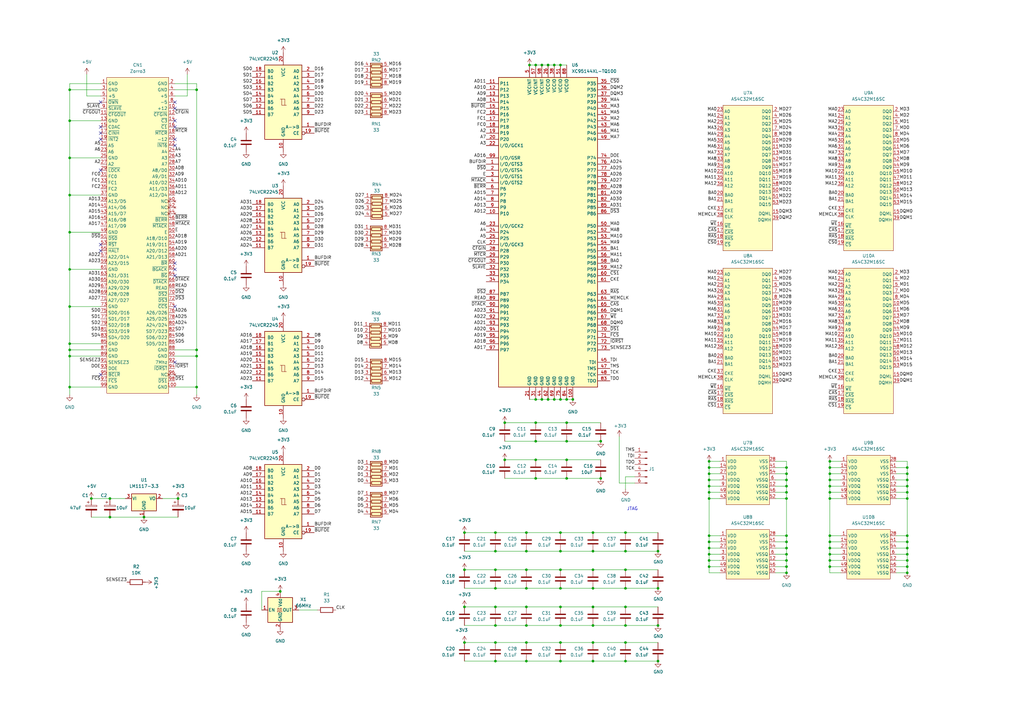
<source format=kicad_sch>
(kicad_sch (version 20211123) (generator eeschema)
  (paper "A3")
  (junction (at 340.36 189.23))
  (junction (at 290.83 191.77))
  (junction (at 322.58 191.77))
  (junction (at 322.58 224.79))
  (junction (at 229.87 233.68))
  (junction (at 290.83 204.47))
  (junction (at 290.83 222.25))
  (junction (at 28.575 95.25))
  (junction (at 190.5 233.68))
  (junction (at 322.58 196.85))
  (junction (at 322.58 219.71))
  (junction (at 290.83 224.79))
  (junction (at 219.71 196.215))
  (junction (at 207.01 173.355))
  (junction (at 229.87 256.54))
  (junction (at 340.36 199.39))
  (junction (at 340.36 196.85))
  (junction (at 217.17 26.67))
  (junction (at 243.205 218.44))
  (junction (at 243.205 233.68))
  (junction (at 80.645 146.05))
  (junction (at 224.79 26.67))
  (junction (at 232.41 173.355))
  (junction (at 290.83 232.41))
  (junction (at 232.41 180.975))
  (junction (at 290.83 196.85))
  (junction (at 203.2 226.06))
  (junction (at 215.9 226.06))
  (junction (at 269.875 256.54))
  (junction (at 229.87 263.525))
  (junction (at 340.36 219.71))
  (junction (at 215.9 218.44))
  (junction (at 222.25 163.83))
  (junction (at 256.54 271.145))
  (junction (at 45.085 212.09))
  (junction (at 219.71 26.67))
  (junction (at 322.58 194.31))
  (junction (at 340.36 227.33))
  (junction (at 219.71 180.975))
  (junction (at 215.9 233.68))
  (junction (at 322.58 229.87))
  (junction (at 322.58 232.41))
  (junction (at 256.54 256.54))
  (junction (at 229.87 241.3))
  (junction (at 59.055 212.09))
  (junction (at 80.645 158.75))
  (junction (at 229.87 226.06))
  (junction (at 322.58 199.39))
  (junction (at 372.11 224.79))
  (junction (at 28.575 64.77))
  (junction (at 229.87 163.83))
  (junction (at 227.33 26.67))
  (junction (at 80.645 36.83))
  (junction (at 340.36 222.25))
  (junction (at 229.87 248.92))
  (junction (at 256.54 226.06))
  (junction (at 232.41 188.595))
  (junction (at 246.38 196.215))
  (junction (at 190.5 218.44))
  (junction (at 372.11 234.95))
  (junction (at 203.2 248.92))
  (junction (at 256.54 233.68))
  (junction (at 372.11 232.41))
  (junction (at 222.25 26.67))
  (junction (at 322.58 227.33))
  (junction (at 322.58 222.25))
  (junction (at 340.36 204.47))
  (junction (at 256.54 263.525))
  (junction (at 80.645 143.51))
  (junction (at 28.575 146.05))
  (junction (at 322.58 201.93))
  (junction (at 232.41 163.83))
  (junction (at 28.575 110.49))
  (junction (at 219.71 163.83))
  (junction (at 256.54 218.44))
  (junction (at 372.11 196.85))
  (junction (at 290.83 227.33))
  (junction (at 190.5 263.525))
  (junction (at 372.11 204.47))
  (junction (at 215.9 271.145))
  (junction (at 203.2 256.54))
  (junction (at 28.575 143.51))
  (junction (at 229.87 271.145))
  (junction (at 28.575 49.53))
  (junction (at 372.11 219.71))
  (junction (at 372.11 227.33))
  (junction (at 215.9 248.92))
  (junction (at 340.36 232.41))
  (junction (at 269.875 241.3))
  (junction (at 229.87 26.67))
  (junction (at 243.205 263.525))
  (junction (at 224.79 163.83))
  (junction (at 243.205 248.92))
  (junction (at 322.58 234.95))
  (junction (at 37.465 204.47))
  (junction (at 28.575 125.73))
  (junction (at 269.875 271.145))
  (junction (at 215.9 263.525))
  (junction (at 243.205 241.3))
  (junction (at 28.575 158.75))
  (junction (at 114.935 242.57))
  (junction (at 203.2 263.525))
  (junction (at 322.58 204.47))
  (junction (at 340.36 194.31))
  (junction (at 340.36 191.77))
  (junction (at 219.71 188.595))
  (junction (at 290.83 199.39))
  (junction (at 234.95 163.83))
  (junction (at 28.575 80.01))
  (junction (at 219.71 173.355))
  (junction (at 290.83 201.93))
  (junction (at 290.83 229.87))
  (junction (at 215.9 256.54))
  (junction (at 232.41 196.215))
  (junction (at 372.11 222.25))
  (junction (at 372.11 191.77))
  (junction (at 73.025 204.47))
  (junction (at 215.9 241.3))
  (junction (at 207.01 188.595))
  (junction (at 290.83 194.31))
  (junction (at 243.205 271.145))
  (junction (at 372.11 229.87))
  (junction (at 269.875 226.06))
  (junction (at 203.2 218.44))
  (junction (at 190.5 248.92))
  (junction (at 256.54 248.92))
  (junction (at 372.11 199.39))
  (junction (at 246.38 180.975))
  (junction (at 28.575 36.83))
  (junction (at 28.575 140.97))
  (junction (at 340.36 201.93))
  (junction (at 340.36 229.87))
  (junction (at 256.54 241.3))
  (junction (at 372.11 194.31))
  (junction (at 45.085 204.47))
  (junction (at 372.11 201.93))
  (junction (at 243.205 256.54))
  (junction (at 229.87 218.44))
  (junction (at 243.205 226.06))
  (junction (at 290.83 189.23))
  (junction (at 227.33 163.83))
  (junction (at 203.2 241.3))
  (junction (at 203.2 271.145))
  (junction (at 340.36 224.79))
  (junction (at 203.2 233.68))
  (junction (at 290.83 219.71))
  (no_connect (at 41.275 100.33))
  (no_connect (at 41.275 102.87))
  (no_connect (at 71.755 107.95))
  (no_connect (at 71.755 110.49))
  (no_connect (at 71.755 113.03))
  (no_connect (at 41.275 153.67))
  (no_connect (at 71.755 148.59))
  (no_connect (at 71.755 59.69))
  (no_connect (at 41.275 54.61))
  (no_connect (at 41.275 41.91))
  (no_connect (at 71.755 44.45))
  (no_connect (at 71.755 49.53))
  (no_connect (at 71.755 52.07))
  (no_connect (at 71.755 57.15))
  (no_connect (at 41.275 57.15))
  (no_connect (at 41.275 69.85))
  (no_connect (at 71.755 41.91))
  (no_connect (at 71.755 125.73))
  (no_connect (at 41.275 52.07))
  (wire (pts (xy 215.9 218.44) (xy 229.87 218.44)))
  (wire (pts (xy 290.83 224.79) (xy 290.83 227.33)))
  (wire (pts (xy 190.5 233.68) (xy 203.2 233.68)))
  (wire (pts (xy 256.54 263.525) (xy 269.875 263.525)))
  (wire (pts (xy 71.755 36.83) (xy 80.645 36.83)))
  (wire (pts (xy 41.275 80.01) (xy 28.575 80.01)))
  (wire (pts (xy 295.275 189.23) (xy 290.83 189.23)))
  (wire (pts (xy 215.9 256.54) (xy 229.87 256.54)))
  (wire (pts (xy 243.205 256.54) (xy 256.54 256.54)))
  (wire (pts (xy 45.085 204.47) (xy 51.435 204.47)))
  (wire (pts (xy 256.54 226.06) (xy 269.875 226.06)))
  (wire (pts (xy 35.56 30.48) (xy 35.56 39.37)))
  (wire (pts (xy 322.58 204.47) (xy 318.135 204.47)))
  (wire (pts (xy 372.11 227.33) (xy 367.665 227.33)))
  (wire (pts (xy 290.83 199.39) (xy 295.275 199.39)))
  (wire (pts (xy 243.205 248.92) (xy 256.54 248.92)))
  (wire (pts (xy 290.83 194.31) (xy 290.83 196.85)))
  (wire (pts (xy 372.11 199.39) (xy 372.11 201.93)))
  (wire (pts (xy 227.33 26.67) (xy 229.87 26.67)))
  (wire (pts (xy 290.83 196.85) (xy 290.83 199.39)))
  (wire (pts (xy 340.36 232.41) (xy 344.805 232.41)))
  (wire (pts (xy 290.83 191.77) (xy 290.83 194.31)))
  (wire (pts (xy 322.58 191.77) (xy 318.135 191.77)))
  (wire (pts (xy 207.01 196.215) (xy 219.71 196.215)))
  (wire (pts (xy 372.11 229.87) (xy 367.665 229.87)))
  (wire (pts (xy 217.17 26.67) (xy 219.71 26.67)))
  (wire (pts (xy 322.58 189.23) (xy 322.58 191.77)))
  (wire (pts (xy 229.87 271.145) (xy 243.205 271.145)))
  (wire (pts (xy 107.315 242.57) (xy 107.315 250.19)))
  (wire (pts (xy 340.36 222.25) (xy 344.805 222.25)))
  (wire (pts (xy 28.575 64.77) (xy 28.575 80.01)))
  (wire (pts (xy 322.58 196.85) (xy 322.58 199.39)))
  (wire (pts (xy 290.83 196.85) (xy 295.275 196.85)))
  (wire (pts (xy 340.36 189.23) (xy 340.36 191.77)))
  (wire (pts (xy 203.2 256.54) (xy 215.9 256.54)))
  (wire (pts (xy 229.87 256.54) (xy 243.205 256.54)))
  (wire (pts (xy 322.58 232.41) (xy 322.58 234.95)))
  (wire (pts (xy 372.11 201.93) (xy 372.11 204.47)))
  (wire (pts (xy 28.575 49.53) (xy 28.575 64.77)))
  (wire (pts (xy 318.135 189.23) (xy 322.58 189.23)))
  (wire (pts (xy 28.575 80.01) (xy 28.575 95.25)))
  (wire (pts (xy 290.83 204.47) (xy 290.83 219.71)))
  (wire (pts (xy 232.41 180.975) (xy 246.38 180.975)))
  (wire (pts (xy 28.575 125.73) (xy 28.575 140.97)))
  (wire (pts (xy 290.83 201.93) (xy 295.275 201.93)))
  (wire (pts (xy 232.41 173.355) (xy 246.38 173.355)))
  (wire (pts (xy 318.135 219.71) (xy 322.58 219.71)))
  (wire (pts (xy 340.36 219.71) (xy 340.36 222.25)))
  (wire (pts (xy 66.675 204.47) (xy 73.025 204.47)))
  (wire (pts (xy 372.11 219.71) (xy 372.11 222.25)))
  (wire (pts (xy 215.9 271.145) (xy 229.87 271.145)))
  (wire (pts (xy 243.205 233.68) (xy 256.54 233.68)))
  (wire (pts (xy 71.755 143.51) (xy 80.645 143.51)))
  (wire (pts (xy 28.575 36.83) (xy 41.275 36.83)))
  (wire (pts (xy 28.575 110.49) (xy 28.575 125.73)))
  (wire (pts (xy 207.01 180.975) (xy 219.71 180.975)))
  (wire (pts (xy 340.36 191.77) (xy 344.805 191.77)))
  (wire (pts (xy 203.2 271.145) (xy 215.9 271.145)))
  (wire (pts (xy 28.575 95.25) (xy 28.575 110.49)))
  (wire (pts (xy 340.36 201.93) (xy 344.805 201.93)))
  (wire (pts (xy 224.79 26.67) (xy 227.33 26.67)))
  (wire (pts (xy 190.5 226.06) (xy 203.2 226.06)))
  (wire (pts (xy 344.805 219.71) (xy 340.36 219.71)))
  (wire (pts (xy 76.835 39.37) (xy 71.755 39.37)))
  (wire (pts (xy 372.11 194.31) (xy 372.11 196.85)))
  (wire (pts (xy 28.575 140.97) (xy 41.275 140.97)))
  (wire (pts (xy 254 179.07) (xy 254 198.12)))
  (wire (pts (xy 222.25 163.83) (xy 224.79 163.83)))
  (wire (pts (xy 37.465 212.09) (xy 45.085 212.09)))
  (wire (pts (xy 340.36 199.39) (xy 344.805 199.39)))
  (wire (pts (xy 372.11 201.93) (xy 367.665 201.93)))
  (wire (pts (xy 229.87 233.68) (xy 243.205 233.68)))
  (wire (pts (xy 41.275 64.77) (xy 28.575 64.77)))
  (wire (pts (xy 28.575 36.83) (xy 28.575 49.53)))
  (wire (pts (xy 340.36 227.33) (xy 344.805 227.33)))
  (wire (pts (xy 340.36 199.39) (xy 340.36 201.93)))
  (wire (pts (xy 295.275 219.71) (xy 290.83 219.71)))
  (wire (pts (xy 28.575 146.05) (xy 28.575 158.75)))
  (wire (pts (xy 71.755 158.75) (xy 80.645 158.75)))
  (wire (pts (xy 215.9 248.92) (xy 229.87 248.92)))
  (wire (pts (xy 229.87 248.92) (xy 243.205 248.92)))
  (wire (pts (xy 260.35 195.58) (xy 256.54 195.58)))
  (wire (pts (xy 41.275 110.49) (xy 28.575 110.49)))
  (wire (pts (xy 340.36 196.85) (xy 340.36 199.39)))
  (wire (pts (xy 243.205 241.3) (xy 256.54 241.3)))
  (wire (pts (xy 256.54 271.145) (xy 269.875 271.145)))
  (wire (pts (xy 45.085 212.09) (xy 59.055 212.09)))
  (wire (pts (xy 71.755 34.29) (xy 80.645 34.29)))
  (wire (pts (xy 290.83 201.93) (xy 290.83 204.47)))
  (wire (pts (xy 372.11 224.79) (xy 372.11 227.33)))
  (wire (pts (xy 80.645 146.05) (xy 80.645 158.75)))
  (wire (pts (xy 340.36 222.25) (xy 340.36 224.79)))
  (wire (pts (xy 59.055 212.09) (xy 73.025 212.09)))
  (wire (pts (xy 290.83 234.95) (xy 295.275 234.95)))
  (wire (pts (xy 290.83 204.47) (xy 295.275 204.47)))
  (wire (pts (xy 229.87 26.67) (xy 232.41 26.67)))
  (wire (pts (xy 28.575 158.75) (xy 41.275 158.75)))
  (wire (pts (xy 322.58 224.79) (xy 322.58 227.33)))
  (wire (pts (xy 290.83 227.33) (xy 290.83 229.87)))
  (wire (pts (xy 344.805 189.23) (xy 340.36 189.23)))
  (wire (pts (xy 290.83 229.87) (xy 295.275 229.87)))
  (wire (pts (xy 290.83 191.77) (xy 295.275 191.77)))
  (wire (pts (xy 219.71 163.83) (xy 222.25 163.83)))
  (wire (pts (xy 229.87 218.44) (xy 243.205 218.44)))
  (wire (pts (xy 219.71 180.975) (xy 232.41 180.975)))
  (wire (pts (xy 372.11 191.77) (xy 372.11 194.31)))
  (wire (pts (xy 203.2 218.44) (xy 215.9 218.44)))
  (wire (pts (xy 290.83 224.79) (xy 295.275 224.79)))
  (wire (pts (xy 229.87 163.83) (xy 232.41 163.83)))
  (wire (pts (xy 41.275 39.37) (xy 35.56 39.37)))
  (wire (pts (xy 340.36 204.47) (xy 340.36 219.71)))
  (wire (pts (xy 322.58 201.93) (xy 318.135 201.93)))
  (wire (pts (xy 290.83 222.25) (xy 290.83 224.79)))
  (wire (pts (xy 340.36 191.77) (xy 340.36 194.31)))
  (wire (pts (xy 290.83 232.41) (xy 295.275 232.41)))
  (wire (pts (xy 322.58 227.33) (xy 318.135 227.33)))
  (wire (pts (xy 290.83 189.23) (xy 290.83 191.77)))
  (wire (pts (xy 372.11 199.39) (xy 367.665 199.39)))
  (wire (pts (xy 322.58 224.79) (xy 318.135 224.79)))
  (wire (pts (xy 28.575 146.05) (xy 41.275 146.05)))
  (wire (pts (xy 217.17 163.83) (xy 219.71 163.83)))
  (wire (pts (xy 340.36 232.41) (xy 340.36 234.95)))
  (wire (pts (xy 243.205 263.525) (xy 256.54 263.525)))
  (wire (pts (xy 322.58 229.87) (xy 318.135 229.87)))
  (wire (pts (xy 256.54 195.58) (xy 256.54 200.66)))
  (wire (pts (xy 207.01 188.595) (xy 219.71 188.595)))
  (wire (pts (xy 322.58 227.33) (xy 322.58 229.87)))
  (wire (pts (xy 256.54 218.44) (xy 269.875 218.44)))
  (wire (pts (xy 219.71 188.595) (xy 232.41 188.595)))
  (wire (pts (xy 340.36 229.87) (xy 344.805 229.87)))
  (wire (pts (xy 203.2 248.92) (xy 215.9 248.92)))
  (wire (pts (xy 340.36 234.95) (xy 344.805 234.95)))
  (wire (pts (xy 229.87 241.3) (xy 243.205 241.3)))
  (wire (pts (xy 367.665 189.23) (xy 372.11 189.23)))
  (wire (pts (xy 243.205 218.44) (xy 256.54 218.44)))
  (wire (pts (xy 372.11 204.47) (xy 372.11 219.71)))
  (wire (pts (xy 37.465 204.47) (xy 45.085 204.47)))
  (wire (pts (xy 322.58 191.77) (xy 322.58 194.31)))
  (wire (pts (xy 243.205 271.145) (xy 256.54 271.145)))
  (wire (pts (xy 256.54 256.54) (xy 269.875 256.54)))
  (wire (pts (xy 322.58 229.87) (xy 322.58 232.41)))
  (wire (pts (xy 340.36 227.33) (xy 340.36 229.87)))
  (wire (pts (xy 219.71 173.355) (xy 232.41 173.355)))
  (wire (pts (xy 190.5 256.54) (xy 203.2 256.54)))
  (wire (pts (xy 222.25 26.67) (xy 224.79 26.67)))
  (wire (pts (xy 80.645 34.29) (xy 80.645 36.83)))
  (wire (pts (xy 372.11 194.31) (xy 367.665 194.31)))
  (wire (pts (xy 322.58 219.71) (xy 322.58 222.25)))
  (wire (pts (xy 322.58 194.31) (xy 318.135 194.31)))
  (wire (pts (xy 229.87 263.525) (xy 243.205 263.525)))
  (wire (pts (xy 190.5 218.44) (xy 203.2 218.44)))
  (wire (pts (xy 372.11 229.87) (xy 372.11 232.41)))
  (wire (pts (xy 219.71 26.67) (xy 222.25 26.67)))
  (wire (pts (xy 130.175 250.19) (xy 122.555 250.19)))
  (wire (pts (xy 372.11 196.85) (xy 367.665 196.85)))
  (wire (pts (xy 372.11 224.79) (xy 367.665 224.79)))
  (wire (pts (xy 322.58 222.25) (xy 318.135 222.25)))
  (wire (pts (xy 232.41 188.595) (xy 246.38 188.595)))
  (wire (pts (xy 290.83 232.41) (xy 290.83 234.95)))
  (wire (pts (xy 254 198.12) (xy 260.35 198.12)))
  (wire (pts (xy 322.58 232.41) (xy 318.135 232.41)))
  (wire (pts (xy 41.275 95.25) (xy 28.575 95.25)))
  (wire (pts (xy 232.41 163.83) (xy 234.95 163.83)))
  (wire (pts (xy 322.58 234.95) (xy 318.135 234.95)))
  (wire (pts (xy 203.2 226.06) (xy 215.9 226.06)))
  (wire (pts (xy 290.83 222.25) (xy 295.275 222.25)))
  (wire (pts (xy 372.11 191.77) (xy 367.665 191.77)))
  (wire (pts (xy 322.58 201.93) (xy 322.58 204.47)))
  (wire (pts (xy 229.87 226.06) (xy 243.205 226.06)))
  (wire (pts (xy 256.54 233.68) (xy 269.875 233.68)))
  (wire (pts (xy 340.36 224.79) (xy 344.805 224.79)))
  (wire (pts (xy 28.575 143.51) (xy 41.275 143.51)))
  (wire (pts (xy 80.645 158.75) (xy 80.645 161.925)))
  (wire (pts (xy 340.36 194.31) (xy 344.805 194.31)))
  (wire (pts (xy 227.33 163.83) (xy 229.87 163.83)))
  (wire (pts (xy 76.835 30.48) (xy 76.835 39.37)))
  (wire (pts (xy 372.11 222.25) (xy 367.665 222.25)))
  (wire (pts (xy 215.9 241.3) (xy 229.87 241.3)))
  (wire (pts (xy 80.645 36.83) (xy 80.645 143.51)))
  (wire (pts (xy 322.58 204.47) (xy 322.58 219.71)))
  (wire (pts (xy 372.11 204.47) (xy 367.665 204.47)))
  (wire (pts (xy 322.58 196.85) (xy 318.135 196.85)))
  (wire (pts (xy 203.2 233.68) (xy 215.9 233.68)))
  (wire (pts (xy 367.665 219.71) (xy 372.11 219.71)))
  (wire (pts (xy 215.9 263.525) (xy 229.87 263.525)))
  (wire (pts (xy 190.5 271.145) (xy 203.2 271.145)))
  (wire (pts (xy 28.575 158.75) (xy 28.575 161.925)))
  (wire (pts (xy 340.36 224.79) (xy 340.36 227.33)))
  (wire (pts (xy 290.83 194.31) (xy 295.275 194.31)))
  (wire (pts (xy 340.36 201.93) (xy 340.36 204.47)))
  (wire (pts (xy 322.58 222.25) (xy 322.58 224.79)))
  (wire (pts (xy 224.79 163.83) (xy 227.33 163.83)))
  (wire (pts (xy 215.9 233.68) (xy 229.87 233.68)))
  (wire (pts (xy 372.11 196.85) (xy 372.11 199.39)))
  (wire (pts (xy 340.36 229.87) (xy 340.36 232.41)))
  (wire (pts (xy 340.36 196.85) (xy 344.805 196.85)))
  (wire (pts (xy 340.36 204.47) (xy 344.805 204.47)))
  (wire (pts (xy 290.83 199.39) (xy 290.83 201.93)))
  (wire (pts (xy 243.205 226.06) (xy 256.54 226.06)))
  (wire (pts (xy 290.83 227.33) (xy 295.275 227.33)))
  (wire (pts (xy 41.275 34.29) (xy 28.575 34.29)))
  (wire (pts (xy 372.11 222.25) (xy 372.11 224.79)))
  (wire (pts (xy 80.645 143.51) (xy 80.645 146.05)))
  (wire (pts (xy 340.36 194.31) (xy 340.36 196.85)))
  (wire (pts (xy 28.575 143.51) (xy 28.575 146.05)))
  (wire (pts (xy 256.54 241.3) (xy 269.875 241.3)))
  (wire (pts (xy 322.58 194.31) (xy 322.58 196.85)))
  (wire (pts (xy 219.71 196.215) (xy 232.41 196.215)))
  (wire (pts (xy 203.2 263.525) (xy 215.9 263.525)))
  (wire (pts (xy 290.83 219.71) (xy 290.83 222.25)))
  (wire (pts (xy 256.54 248.92) (xy 269.875 248.92)))
  (wire (pts (xy 232.41 196.215) (xy 246.38 196.215)))
  (wire (pts (xy 114.935 242.57) (xy 107.315 242.57)))
  (wire (pts (xy 207.01 173.355) (xy 219.71 173.355)))
  (wire (pts (xy 203.2 241.3) (xy 215.9 241.3)))
  (wire (pts (xy 290.83 229.87) (xy 290.83 232.41)))
  (wire (pts (xy 372.11 232.41) (xy 372.11 234.95)))
  (wire (pts (xy 41.275 125.73) (xy 28.575 125.73)))
  (wire (pts (xy 190.5 263.525) (xy 203.2 263.525)))
  (wire (pts (xy 372.11 227.33) (xy 372.11 229.87)))
  (wire (pts (xy 71.755 146.05) (xy 80.645 146.05)))
  (wire (pts (xy 41.275 49.53) (xy 28.575 49.53)))
  (wire (pts (xy 28.575 140.97) (xy 28.575 143.51)))
  (wire (pts (xy 215.9 226.06) (xy 229.87 226.06)))
  (wire (pts (xy 190.5 248.92) (xy 203.2 248.92)))
  (wire (pts (xy 190.5 241.3) (xy 203.2 241.3)))
  (wire (pts (xy 322.58 199.39) (xy 322.58 201.93)))
  (wire (pts (xy 372.11 189.23) (xy 372.11 191.77)))
  (wire (pts (xy 372.11 234.95) (xy 367.665 234.95)))
  (wire (pts (xy 28.575 34.29) (xy 28.575 36.83)))
  (wire (pts (xy 322.58 199.39) (xy 318.135 199.39)))
  (wire (pts (xy 372.11 232.41) (xy 367.665 232.41)))
  (text "JTAG" (at 261.62 209.55 180) (effects (font (size 1.27 1.27)) (justify right bottom)))
  (label "MD20" (at 159.385 39.37 0))
  (label "~{FCS}" (at 250.19 138.43 0))
  (label "D5" (at 149.225 208.28 180))
  (label "AD13" (at 103.505 205.74 180))
  (label "D31" (at 128.905 101.6 0))
  (label "AD30" (at 41.275 115.57 180))
  (label "D22" (at 128.905 44.45 0))
  (label "~{RAS}" (at 343.535 164.592 180))
  (label "~{WE}" (at 250.19 130.81 0))
  (label "D8" (at 128.905 138.43 0))
  (label "MA11" (at 250.19 105.41 0))
  (label "AD12" (at 71.755 80.01 0))
  (label "BA1" (at 250.19 102.87 0))
  (label "MD4" (at 159.385 210.82 0))
  (label "DQM2" (at 319.405 156.972 0))
  (label "D27" (at 149.479 81.026 180))
  (label "SD7" (at 103.505 41.91 180))
  (label "A2" (at 41.275 67.31 180))
  (label "READ" (at 71.755 118.11 0))
  (label "D26" (at 128.905 88.9 0))
  (label "MD18" (at 319.405 137.922 0))
  (label "MD13" (at 368.935 145.542 0))
  (label "MA11" (at 343.535 73.66 180))
  (label "D1" (at 128.905 195.58 0))
  (label "MA2" (at 294.005 50.8 180))
  (label "AD9" (at 71.755 72.39 0))
  (label "~{DS2}" (at 71.755 120.65 0))
  (label "D6" (at 149.225 205.74 180))
  (label "~{DTACK}" (at 71.755 115.57 0))
  (label "D25" (at 149.479 86.106 180))
  (label "AD26" (at 103.505 96.52 180))
  (label "MA9" (at 343.535 68.58 180))
  (label "A3" (at 199.39 59.69 180))
  (label "BA0" (at 343.535 80.01 180))
  (label "AD11" (at 103.505 200.66 180))
  (label "~{RAS}" (at 294.005 97.79 180))
  (label "AD30" (at 103.505 86.36 180))
  (label "MD2" (at 159.385 195.58 0))
  (label "DQM0" (at 250.19 133.35 0))
  (label "MA3" (at 294.005 53.34 180))
  (label "~{MTACK}" (at 71.755 92.71 0))
  (label "~{CS0}" (at 294.005 100.33 180))
  (label "SENSEZ3" (at 250.19 143.51 0))
  (label "MD26" (at 159.639 86.106 0))
  (label "MA7" (at 343.535 63.5 180))
  (label "MD9" (at 159.131 138.938 0))
  (label "AD23" (at 199.39 128.27 180))
  (label "AD20" (at 71.755 102.87 0))
  (label "MD21" (at 319.405 78.74 0))
  (label "DQM0" (at 368.935 154.432 0))
  (label "MD10" (at 159.131 136.398 0))
  (label "DOE" (at 250.19 64.77 0))
  (label "~{FCS}" (at 41.275 156.21 180))
  (label "MD8" (at 159.131 141.478 0))
  (label "MD16" (at 159.385 27.178 0))
  (label "BA0" (at 250.19 107.95 0))
  (label "~{RAS}" (at 294.005 164.592 180))
  (label "MD1" (at 159.385 193.04 0))
  (label "MD2" (at 368.935 48.26 0))
  (label "MA4" (at 294.005 55.88 180))
  (label "MA6" (at 250.19 52.07 0))
  (label "AD18" (at 199.39 140.97 180))
  (label "D29" (at 128.905 96.52 0))
  (label "~{CS1}" (at 343.535 167.132 180))
  (label "MD17" (at 159.385 29.718 0))
  (label "CKE" (at 294.005 86.36 180))
  (label "FC1" (at 199.39 49.53 180))
  (label "MA7" (at 343.535 130.302 180))
  (label "MD8" (at 368.935 66.04 0))
  (label "MD8" (at 368.935 132.842 0))
  (label "AD10" (at 103.505 198.12 180))
  (label "MA9" (at 250.19 100.33 0))
  (label "MA9" (at 294.005 68.58 180))
  (label "TDI" (at 250.19 148.59 0))
  (label "D22" (at 149.225 44.45 180))
  (label "AD31" (at 103.505 83.82 180))
  (label "AD9" (at 199.39 39.37 180))
  (label "AD8" (at 199.39 41.91 180))
  (label "AD15" (at 103.505 210.82 180))
  (label "MD5" (at 368.935 58.42 0))
  (label "MD31" (at 319.405 63.5 0))
  (label "~{BERR}" (at 71.755 90.17 0))
  (label "D3" (at 128.905 200.66 0))
  (label "AD21" (at 199.39 133.35 180))
  (label "MA2" (at 294.005 117.602 180))
  (label "CKE" (at 343.535 153.162 180))
  (label "SD5" (at 103.505 46.99 180))
  (label "MA9" (at 343.535 135.382 180))
  (label "D16" (at 149.225 27.178 180))
  (label "BUFDIR" (at 128.905 52.07 0))
  (label "AD22" (at 103.505 153.67 180))
  (label "MD28" (at 319.405 55.88 0))
  (label "MD24" (at 319.405 53.34 0))
  (label "AD15" (at 41.275 87.63 180))
  (label "AD28" (at 41.275 120.65 180))
  (label "MA10" (at 294.005 137.922 180))
  (label "D17" (at 149.225 29.718 180))
  (label "D23" (at 128.905 46.99 0))
  (label "MA2" (at 343.535 50.8 180))
  (label "MD3" (at 368.935 45.72 0))
  (label "MA8" (at 343.535 66.04 180))
  (label "D28" (at 128.905 93.98 0))
  (label "MA12" (at 294.005 76.2 180))
  (label "A5" (at 41.275 59.69 180))
  (label "BA0" (at 343.535 146.812 180))
  (label "D7" (at 149.225 203.2 180))
  (label "MD27" (at 319.405 45.72 0))
  (label "D20" (at 128.905 39.37 0))
  (label "D30" (at 128.905 99.06 0))
  (label "MD5" (at 368.935 125.222 0))
  (label "MD23" (at 159.385 46.99 0))
  (label "AD27" (at 103.505 93.98 180))
  (label "AD29" (at 103.505 88.9 180))
  (label "D25" (at 128.905 86.36 0))
  (label "MD22" (at 319.405 81.28 0))
  (label "D5" (at 128.905 205.74 0))
  (label "MD25" (at 319.405 117.602 0))
  (label "MD12" (at 159.385 156.21 0))
  (label "MD11" (at 368.935 140.462 0))
  (label "MA1" (at 294.005 48.26 180))
  (label "MD6" (at 159.385 205.74 0))
  (label "D21" (at 149.225 41.91 180))
  (label "TCK" (at 250.19 153.67 0))
  (label "AD12" (at 199.39 87.63 180))
  (label "~{WE}" (at 343.535 92.71 180))
  (label "AD22" (at 41.275 105.41 180))
  (label "SD6" (at 71.755 138.43 0))
  (label "MEMCLK" (at 294.005 155.702 180))
  (label "SD2" (at 103.505 34.29 180))
  (label "MD16" (at 319.405 66.04 0))
  (label "MD18" (at 159.385 32.258 0))
  (label "D28" (at 149.225 101.6 180))
  (label "MD4" (at 368.935 55.88 0))
  (label "MD7" (at 368.935 63.5 0))
  (label "~{IORST}" (at 250.19 140.97 0))
  (label "DQM1" (at 250.19 128.27 0))
  (label "SENSEZ3" (at 41.275 148.59 180))
  (label "FC0" (at 41.275 72.39 180))
  (label "AD16" (at 103.505 138.43 180))
  (label "MD10" (at 368.935 71.12 0))
  (label "MD9" (at 368.935 135.382 0))
  (label "MA10" (at 343.535 71.12 180))
  (label "DOE" (at 41.275 151.13 180))
  (label "MD30" (at 319.405 60.96 0))
  (label "~{WE}" (at 294.005 159.512 180))
  (label "TCK" (at 260.35 193.04 180))
  (label "D9" (at 148.971 138.938 180))
  (label "AD13" (at 199.39 85.09 180))
  (label "AD23" (at 103.505 156.21 180))
  (label "MA12" (at 343.535 76.2 180))
  (label "~{DS3}" (at 250.19 87.63 0))
  (label "D23" (at 149.225 46.99 180))
  (label "~{CFGOUT}" (at 199.39 107.95 180))
  (label "MA8" (at 294.005 66.04 180))
  (label "FC2" (at 199.39 46.99 180))
  (label "~{CAS}" (at 250.19 125.73 0))
  (label "MD6" (at 368.935 60.96 0))
  (label "MD10" (at 368.935 137.922 0))
  (label "AD19" (at 103.505 146.05 180))
  (label "MD15" (at 368.935 83.82 0))
  (label "BA0" (at 294.005 146.812 180))
  (label "AD21" (at 71.755 105.41 0))
  (label "AD8" (at 103.505 193.04 180))
  (label "CKE" (at 294.005 153.162 180))
  (label "D0" (at 128.905 193.04 0))
  (label "MD3" (at 368.935 112.522 0))
  (label "~{RAS}" (at 343.535 97.79 180))
  (label "AD15" (at 199.39 80.01 180))
  (label "~{CAS}" (at 294.005 162.052 180))
  (label "D27" (at 128.905 91.44 0))
  (label "MD24" (at 159.639 81.026 0))
  (label "BA0" (at 294.005 80.01 180))
  (label "BUFDIR" (at 128.905 161.29 0))
  (label "MD25" (at 319.405 50.8 0))
  (label "READ" (at 199.39 123.19 180))
  (label "MD6" (at 368.935 127.762 0))
  (label "MD19" (at 159.385 34.798 0))
  (label "A5" (at 199.39 97.79 180))
  (label "D14" (at 149.225 151.13 180))
  (label "SD5" (at 71.755 140.97 0))
  (label "MA10" (at 343.535 137.922 180))
  (label "AD14" (at 199.39 82.55 180))
  (label "AD19" (at 71.755 100.33 0))
  (label "D0" (at 149.225 198.12 180))
  (label "DQM0" (at 368.935 87.63 0))
  (label "D18" (at 149.225 32.258 180))
  (label "AD17" (at 41.275 92.71 180))
  (label "MD21" (at 319.405 145.542 0))
  (label "AD8" (at 71.755 69.85 0))
  (label "~{CS1}" (at 250.19 113.03 0))
  (label "DQM3" (at 319.405 87.63 0))
  (label "MD3" (at 159.385 198.12 0))
  (label "~{BUFOE}" (at 199.39 44.45 180))
  (label "TDO" (at 260.35 190.5 180))
  (label "MD9" (at 368.935 68.58 0))
  (label "MEMCLK" (at 294.005 88.9 180))
  (label "A7" (at 71.755 67.31 0))
  (label "FC1" (at 41.275 74.93 180))
  (label "D19" (at 149.225 34.798 180))
  (label "MD13" (at 368.935 78.74 0))
  (label "AD25" (at 103.505 99.06 180))
  (label "DQM3" (at 250.19 39.37 0))
  (label "~{MTCR}" (at 71.755 54.61 0))
  (label "MD13" (at 159.385 153.67 0))
  (label "D24" (at 149.479 88.646 180))
  (label "SD1" (at 103.505 31.75 180))
  (label "CLK" (at 137.795 250.19 0))
  (label "MA8" (at 250.19 95.25 0))
  (label "AD17" (at 103.505 140.97 180))
  (label "MD20" (at 319.405 76.2 0))
  (label "~{CS1}" (at 294.005 167.132 180))
  (label "D15" (at 149.225 148.59 180))
  (label "D1" (at 149.225 195.58 180))
  (label "MA5" (at 294.005 125.222 180))
  (label "E" (at 71.755 95.25 0))
  (label "~{CAS}" (at 294.005 95.25 180))
  (label "MD7" (at 159.385 203.2 0))
  (label "MD23" (at 319.405 83.82 0))
  (label "AD26" (at 250.19 72.39 0))
  (label "D24" (at 128.905 83.82 0))
  (label "D6" (at 128.905 208.28 0))
  (label "E" (at 199.39 72.39 180))
  (label "~{DS2}" (at 199.39 120.65 180))
  (label "MA8" (at 343.535 132.842 180))
  (label "MA4" (at 343.535 122.682 180))
  (label "MA6" (at 294.005 60.96 180))
  (label "BUFDIR" (at 199.39 67.31 180))
  (label "D21" (at 128.905 41.91 0))
  (label "~{RAS}" (at 250.19 120.65 0))
  (label "D31" (at 149.225 93.98 180))
  (label "MD11" (at 368.935 73.66 0))
  (label "D18" (at 128.905 34.29 0))
  (label "MA12" (at 294.005 143.002 180))
  (label "MD20" (at 319.405 143.002 0))
  (label "MA0" (at 294.005 112.522 180))
  (label "MD1" (at 368.935 117.602 0))
  (label "MD11" (at 159.131 133.858 0))
  (label "D16" (at 128.905 29.21 0))
  (label "~{BUFOE}" (at 128.905 218.44 0))
  (label "AD31" (at 41.275 113.03 180))
  (label "~{IORST}" (at 71.755 151.13 0))
  (label "MD17" (at 319.405 68.58 0))
  (label "DQM1" (at 368.935 90.17 0))
  (label "MA0" (at 343.535 45.72 180))
  (label "~{BUFOE}" (at 128.905 54.61 0))
  (label "MA6" (at 343.535 127.762 180))
  (label "AD10" (at 199.39 36.83 180))
  (label "AD18" (at 71.755 97.79 0))
  (label "~{WE}" (at 343.535 159.512 180))
  (label "~{BUFOE}" (at 128.905 109.22 0))
  (label "D3" (at 149.225 190.5 180))
  (label "SD4" (at 103.505 39.37 180))
  (label "MD30" (at 319.405 127.762 0))
  (label "AD27" (at 250.19 74.93 0))
  (label "MD17" (at 319.405 135.382 0))
  (label "BUFDIR" (at 128.905 215.9 0))
  (label "MD23" (at 319.405 150.622 0))
  (label "AD24" (at 71.755 133.35 0))
  (label "MA6" (at 294.005 127.762 180))
  (label "MD27" (at 159.639 88.646 0))
  (label "AD28" (at 250.19 77.47 0))
  (label "MEMCLK" (at 250.19 123.19 0))
  (label "D7" (at 128.905 210.82 0))
  (label "AD28" (at 103.505 91.44 180))
  (label "MD31" (at 319.405 130.302 0))
  (label "D9" (at 128.905 140.97 0))
  (label "D12" (at 128.905 148.59 0))
  (label "MD27" (at 319.405 112.522 0))
  (label "D13" (at 149.225 153.67 180))
  (label "D11" (at 128.905 146.05 0))
  (label "D10" (at 148.971 136.398 180))
  (label "DQM1" (at 368.935 156.972 0))
  (label "MD25" (at 159.639 83.566 0))
  (label "SD4" (at 41.275 138.43 180))
  (label "MA1" (at 294.005 115.062 180))
  (label "MD19" (at 319.405 140.462 0))
  (label "MA11" (at 294.005 140.462 180))
  (label "~{DTACK}" (at 199.39 125.73 180))
  (label "D2" (at 128.905 198.12 0))
  (label "AD21" (at 103.505 151.13 180))
  (label "MD29" (at 159.385 99.06 0))
  (label "~{DS3}" (at 71.755 123.19 0))
  (label "MD14" (at 159.385 151.13 0))
  (label "~{SLAVE}" (at 199.39 110.49 180))
  (label "~{MTACK}" (at 199.39 74.93 180))
  (label "MA9" (at 294.005 135.382 180))
  (label "MD18" (at 319.405 71.12 0))
  (label "MA5" (at 294.005 58.42 180))
  (label "CLK" (at 199.39 100.33 180))
  (label "MA1" (at 343.535 48.26 180))
  (label "MA7" (at 294.005 63.5 180))
  (label "SD2" (at 41.275 133.35 180))
  (label "~{DS1}" (at 250.19 135.89 0))
  (label "DQM2" (at 250.19 36.83 0))
  (label "BA1" (at 343.535 82.55 180))
  (label "D17" (at 128.905 31.75 0))
  (label "AD13" (at 41.275 82.55 180))
  (label "~{CS0}" (at 343.535 100.33 180))
  (label "AD14" (at 41.275 85.09 180))
  (label "MD7" (at 368.935 130.302 0))
  (label "~{MTCR}" (at 199.39 105.41 180))
  (label "MA4" (at 294.005 122.682 180))
  (label "~{CFGIN}" (at 199.39 102.87 180))
  (label "MD15" (at 159.385 148.59 0))
  (label "AD24" (at 103.505 101.6 180))
  (label "AD25" (at 250.19 69.85 0))
  (label "MD26" (at 319.405 115.062 0))
  (label "MA8" (at 294.005 132.842 180))
  (label "~{CFGOUT}" (at 41.275 46.99 180))
  (label "MA11" (at 343.535 140.462 180))
  (label "D15" (at 128.905 156.21 0))
  (label "BA1" (at 294.005 149.352 180))
  (label "MA11" (at 294.005 73.66 180))
  (label "D20" (at 149.225 39.37 180))
  (label "D29" (at 149.225 99.06 180))
  (label "TDO" (at 250.19 156.21 0))
  (label "MA4" (at 250.19 41.91 0))
  (label "MD26" (at 319.405 48.26 0))
  (label "MA0" (at 343.535 112.522 180))
  (label "D10" (at 128.905 143.51 0))
  (label "AD18" (at 103.505 143.51 180))
  (label "MD22" (at 319.405 148.082 0))
  (label "TMS" (at 260.35 185.42 180))
  (label "MA3" (at 343.535 53.34 180))
  (label "MD12" (at 368.935 76.2 0))
  (label "MD0" (at 368.935 53.34 0))
  (label "~{BUFOE}" (at 128.905 163.83 0))
  (label "MD24" (at 319.405 120.142 0))
  (label "D11" (at 148.971 133.858 180))
  (label "MD0" (at 368.935 120.142 0))
  (label "AD31" (at 250.19 85.09 0))
  (label "SENSEZ3" (at 52.07 238.76 180))
  (label "SD3" (at 103.505 36.83 180))
  (label "MD0" (at 159.385 190.5 0))
  (label "AD11" (at 199.39 34.29 180))
  (label "D26" (at 149.479 83.566 180))
  (label "MA5" (at 343.535 58.42 180))
  (label "~{CAS}" (at 343.535 162.052 180))
  (label "AD29" (at 41.275 118.11 180))
  (label "SD0" (at 41.275 128.27 180))
  (label "SD7" (at 71.755 135.89 0))
  (label "MA0" (at 294.005 45.72 180))
  (label "~{CFGIN}" (at 71.755 46.99 0))
  (label "D4" (at 128.905 203.2 0))
  (label "FC2" (at 41.275 77.47 180))
  (label "MD28" (at 159.385 101.6 0))
  (label "SD3" (at 41.275 135.89 180))
  (label "MD4" (at 368.935 122.682 0))
  (label "~{CAS}" (at 343.535 95.25 180))
  (label "AD20" (at 103.505 148.59 180))
  (label "SD1" (at 41.275 130.81 180))
  (label "MA3" (at 250.19 44.45 0))
  (label "~{SLAVE}" (at 41.275 44.45 180))
  (label "AD22" (at 199.39 130.81 180))
  (label "~{BERR}" (at 199.39 77.47 180))
  (label "MA0" (at 250.19 92.71 0))
  (label "MD29" (at 319.405 125.222 0))
  (label "D8" (at 148.971 141.478 180))
  (label "CKE" (at 250.19 115.57 0))
  (label "MD29" (at 319.405 58.42 0))
  (label "AD11" (at 71.755 77.47 0))
  (label "A2" (at 199.39 54.61 180))
  (label "MA7" (at 294.005 130.302 180))
  (label "MA5" (at 343.535 125.222 180))
  (label "D30" (at 149.225 96.52 180))
  (label "MD28" (at 319.405 122.682 0))
  (label "MD5" (at 159.385 208.28 0))
  (label "AD19" (at 199.39 138.43 180))
  (label "AD24" (at 250.19 67.31 0))
  (label "D14" (at 128.905 153.67 0))
  (label "A6" (at 199.39 92.71 180))
  (label "MD14" (at 368.935 148.082 0))
  (label "AD16" (at 199.39 64.77 180))
  (label "MA3" (at 294.005 120.142 180))
  (label "MA12" (at 250.19 110.49 0))
  (label "~{DS1}" (at 71.755 156.21 0))
  (label "D19" (at 128.905 36.83 0))
  (label "MA6" (at 343.535 60.96 180))
  (label "AD9" (at 103.505 195.58 180))
  (label "MD21" (at 159.385 41.91 0))
  (label "BA1" (at 343.535 149.352 180))
  (label "MD2" (at 368.935 115.062 0))
  (label "~{CS0}" (at 250.19 34.29 0))
  (label "MA1" (at 343.535 115.062 180))
  (label "AD29" (at 250.19 80.01 0))
  (label "MA7" (at 250.19 57.15 0))
  (label "MA12" (at 343.535 143.002 180))
  (label "~{DS0}" (at 199.39 69.85 180))
  (label "A4" (at 199.39 95.25 180))
  (label "AD14" (at 103.505 208.28 180))
  (label "DQM3" (at 319.405 154.432 0))
  (label "A6" (at 41.275 62.23 180))
  (label "MD16" (at 319.405 132.842 0))
  (label "MD14" (at 368.935 81.28 0))
  (label "MA2" (at 250.19 49.53 0))
  (label "A3" (at 71.755 64.77 0))
  (label "MA10" (at 294.005 71.12 180))
  (label "D13" (at 128.905 151.13 0))
  (label "TDI" (at 260.35 187.96 180))
  (label "A4" (at 71.755 62.23 0))
  (label "MA2" (at 343.535 117.602 180))
  (label "A7" (at 199.39 57.15 180))
  (label "D4" (at 149.225 210.82 180))
  (label "MD30" (at 159.385 96.52 0))
  (label "MA4" (at 343.535 55.88 180))
  (label "MEMCLK" (at 343.535 88.9 180))
  (label "SD6" (at 103.505 44.45 180))
  (label "AD27" (at 41.275 123.19 180))
  (label "CKE" (at 343.535 86.36 180))
  (label "BUFDIR" (at 128.905 106.68 0))
  (label "AD20" (at 199.39 135.89 180))
  (label "MA3" (at 343.535 120.142 180))
  (label "DQM2" (at 319.405 90.17 0))
  (label "MA1" (at 250.19 54.61 0))
  (label "MD1" (at 368.935 50.8 0))
  (label "AD10" (at 71.755 74.93 0))
  (label "MEMCLK" (at 343.535 155.702 180))
  (label "MA5" (at 250.19 46.99 0))
  (label "AD23" (at 41.275 107.95 180))
  (label "AD30" (at 250.19 82.55 0))
  (label "~{WE}" (at 294.005 92.71 180))
  (label "D2" (at 149.225 193.04 180))
  (label "AD12" (at 103.505 203.2 180))
  (label "SD0" (at 103.505 29.21 180))
  (label "TMS" (at 250.19 151.13 0))
  (label "AD26" (at 71.755 128.27 0))
  (label "MD19" (at 319.405 73.66 0))
  (label "MA10" (at 250.19 97.79 0))
  (label "AD16" (at 41.275 90.17 180))
  (label "~{DS0}" (at 41.275 97.79 180))
  (label "AD17" (at 199.39 143.51 180))
  (label "MD22" (at 159.385 44.45 0))
  (label "AD25" (at 71.755 130.81 0))
  (label "MD15" (at 368.935 150.622 0))
  (label "MD31" (at 159.385 93.98 0))
  (label "D12" (at 149.225 156.21 180))
  (label "MD12" (at 368.935 143.002 0))
  (label "FC0" (at 199.39 52.07 180))
  (label "BA1" (at 294.005 82.55 180))
  (symbol (lib_id "Device:C") (at 100.965 167.64 0) (mirror y) (unit 1)
    (property "Reference" "C6" (at 97.155 166.3699 0) (effects (justify left)))
    (property "Value" "0.1uF" (at 97.155 168.9099 0) (effects (justify left)))
    (property "Footprint" "Capacitor_SMD:C_0603_1608Metric_Pad1.08x0.95mm_HandSolder" (effects hide))
  )
  (symbol (lib_id "power:GND") (at 100.965 171.45 0) (mirror y) (unit 1)
    (property "Reference" "#PWR0122" (effects hide))
    (property "Value" "GND" (at 100.965 176.53 0))
  )
  (symbol (lib_id "power:+3.3V") (at 217.17 26.67 0) (mirror y) (unit 1)
    (property "Reference" "#PWR01" (effects hide))
    (property "Value" "+3.3V" (at 217.17 21.59 0))
  )
  (symbol (lib_id "Device:C") (at 243.205 252.73 0) (mirror y) (unit 1)
    (property "Reference" "C35" (at 239.395 251.4599 0) (effects (justify left)))
    (property "Value" "0.1uF" (at 239.395 253.9999 0) (effects (justify left)))
    (property "Footprint" "Capacitor_SMD:C_0603_1608Metric_Pad1.08x0.95mm_HandSolder" (effects hide))
  )
  (symbol (lib_id "power:+3.3V") (at 190.5 233.68 0) (mirror y) (unit 1)
    (property "Reference" "#PWR0142" (effects hide))
    (property "Value" "+3.3V" (at 190.5 228.6 0))
  )
  (symbol (lib_id "Device:C") (at 215.9 267.335 0) (mirror y) (unit 1)
    (property "Reference" "C28" (at 212.09 266.0649 0) (effects (justify left)))
    (property "Value" "0.1uF" (at 212.09 268.6049 0) (effects (justify left)))
    (property "Footprint" "Capacitor_SMD:C_0603_1608Metric_Pad1.08x0.95mm_HandSolder" (effects hide))
  )
  (symbol (lib_id "power:+3.3V") (at 100.965 109.22 0) (mirror y) (unit 1)
    (property "Reference" "#PWR0119" (effects hide))
    (property "Value" "+3.3V" (at 100.965 104.14 0))
  )
  (symbol (lib_id "power:GND") (at 372.11 234.95 0) (mirror y) (unit 1)
    (property "Reference" "#PWR0136" (effects hide))
    (property "Value" "GND" (at 372.11 240.03 0))
  )
  (symbol (lib_id "AS4C32M16SC:AS4C32M16SC") (at 356.235 140.462 0) (unit 1)
    (property "Reference" "U10" (at 356.235 104.902 0))
    (property "Value" "AS4C32M16SC" (at 356.235 107.442 0))
    (property "Footprint" "Package_SO:TSOP-II-54_22.2x10.16mm_P0.8mm" (effects hide))
  )
  (symbol (lib_id "Device:C") (at 190.5 267.335 0) (mirror y) (unit 1)
    (property "Reference" "C20" (at 186.69 266.0649 0) (effects (justify left)))
    (property "Value" "0.1uF" (at 186.69 268.6049 0) (effects (justify left)))
    (property "Footprint" "Capacitor_SMD:C_0603_1608Metric_Pad1.08x0.95mm_HandSolder" (effects hide))
  )
  (symbol (lib_id "Device:C") (at 219.71 177.165 0) (mirror y) (unit 1)
    (property "Reference" "C11" (at 215.9 175.8949 0) (effects (justify left)))
    (property "Value" "0.1uF" (at 215.9 178.4349 0) (effects (justify left)))
    (property "Footprint" "Capacitor_SMD:C_0603_1608Metric_Pad1.08x0.95mm_HandSolder" (effects hide))
  )
  (symbol (lib_id "power:+3.3V") (at 190.5 263.525 0) (mirror y) (unit 1)
    (property "Reference" "#PWR0144" (effects hide))
    (property "Value" "+3.3V" (at 189.23 258.445 0))
  )
  (symbol (lib_id "power:GND") (at 28.575 161.925 0) (mirror y) (unit 1)
    (property "Reference" "#PWR0130" (effects hide))
    (property "Value" "GND" (at 28.575 167.005 0))
  )
  (symbol (lib_id "power:+3.3V") (at 207.01 188.595 0) (mirror y) (unit 1)
    (property "Reference" "#PWR0102" (effects hide))
    (property "Value" "+3.3V" (at 207.01 183.515 0))
  )
  (symbol (lib_id "Device:C") (at 203.2 252.73 0) (mirror y) (unit 1)
    (property "Reference" "C23" (at 199.39 251.4599 0) (effects (justify left)))
    (property "Value" "0.1uF" (at 199.39 253.9999 0) (effects (justify left)))
    (property "Footprint" "Capacitor_SMD:C_0603_1608Metric_Pad1.08x0.95mm_HandSolder" (effects hide))
  )
  (symbol (lib_id "power:+3.3V") (at 254 179.07 0) (unit 1)
    (property "Reference" "#PWR03" (effects hide))
    (property "Value" "+3.3V" (at 254.381 174.6758 0))
  )
  (symbol (lib_id "power:+3.3V") (at 340.36 189.23 0) (mirror y) (unit 1)
    (property "Reference" "#PWR0134" (effects hide))
    (property "Value" "+3.3V" (at 340.36 184.15 0))
  )
  (symbol (lib_id "power:+3.3V") (at 100.965 54.61 0) (mirror y) (unit 1)
    (property "Reference" "#PWR0125" (effects hide))
    (property "Value" "+3.3V" (at 100.965 49.53 0))
  )
  (symbol (lib_id "power:GND") (at 116.205 226.06 0) (mirror y) (unit 1)
    (property "Reference" "#PWR0109" (effects hide))
    (property "Value" "GND" (at 116.205 231.14 0))
  )
  (symbol (lib_id "power:GND") (at 256.54 200.66 0) (unit 1)
    (property "Reference" "#PWR04" (effects hide))
    (property "Value" "GND" (at 256.667 205.0542 0))
  )
  (symbol (lib_id "74xx:74HC245") (at 116.205 41.91 0) (mirror y) (unit 1)
    (property "Reference" "U2" (at 114.1856 21.59 0) (effects (justify left)))
    (property "Value" "74LVCR2245" (at 114.1856 24.13 0) (effects (justify left)))
    (property "Footprint" "Package_SO:TSSOP-20_4.4x6.5mm_P0.65mm" (effects hide))
    (property "Datasheet" "https://www.ti.com/lit/gpn/sn74LVCR2245A" (effects hide))
  )
  (symbol (lib_id "Zorro3:Zorro3") (at 43.815 31.75 0) (unit 1)
    (property "Reference" "CN1" (at 56.515 26.67 0))
    (property "Value" "Zorro3" (at 56.515 29.21 0))
    (property "Footprint" "Zorro3:Zorro3" (effects hide))
  )
  (symbol (lib_id "power:+3.3V") (at 73.025 204.47 0) (unit 1)
    (property "Reference" "#PWR0116" (effects hide))
    (property "Value" "+3.3V" (at 73.025 199.39 0))
  )
  (symbol (lib_id "power:+3.3V") (at 100.965 218.44 0) (mirror y) (unit 1)
    (property "Reference" "#PWR0107" (effects hide))
    (property "Value" "+3.3V" (at 100.965 213.36 0))
  )
  (symbol (lib_id "Device:C") (at 100.965 113.03 0) (mirror y) (unit 1)
    (property "Reference" "C5" (at 97.155 111.7599 0) (effects (justify left)))
    (property "Value" "0.1uF" (at 97.155 114.2999 0) (effects (justify left)))
    (property "Footprint" "Capacitor_SMD:C_0603_1608Metric_Pad1.08x0.95mm_HandSolder" (effects hide))
  )
  (symbol (lib_id "power:GND") (at 116.205 116.84 0) (mirror y) (unit 1)
    (property "Reference" "#PWR0117" (effects hide))
    (property "Value" "GND" (at 116.205 121.92 0))
  )
  (symbol (lib_id "Device:C") (at 203.2 267.335 0) (mirror y) (unit 1)
    (property "Reference" "C24" (at 199.39 266.0649 0) (effects (justify left)))
    (property "Value" "0.1uF" (at 199.39 268.6049 0) (effects (justify left)))
    (property "Footprint" "Capacitor_SMD:C_0603_1608Metric_Pad1.08x0.95mm_HandSolder" (effects hide))
  )
  (symbol (lib_id "power:GND") (at 59.055 212.09 0) (mirror y) (unit 1)
    (property "Reference" "#PWR0110" (effects hide))
    (property "Value" "GND" (at 59.055 217.17 0))
  )
  (symbol (lib_id "Device:C") (at 243.205 222.25 0) (mirror y) (unit 1)
    (property "Reference" "C33" (at 239.395 220.9799 0) (effects (justify left)))
    (property "Value" "0.1uF" (at 239.395 223.5199 0) (effects (justify left)))
    (property "Footprint" "Capacitor_SMD:C_0603_1608Metric_Pad1.08x0.95mm_HandSolder" (effects hide))
  )
  (symbol (lib_id "Device:C") (at 190.5 222.25 0) (mirror y) (unit 1)
    (property "Reference" "C17" (at 186.69 220.9799 0) (effects (justify left)))
    (property "Value" "0.1uF" (at 186.69 223.5199 0) (effects (justify left)))
    (property "Footprint" "Capacitor_SMD:C_0603_1608Metric_Pad1.08x0.95mm_HandSolder" (effects hide))
  )
  (symbol (lib_id "Device:C") (at 269.875 252.73 0) (mirror y) (unit 1)
    (property "Reference" "C43" (at 266.065 251.4599 0) (effects (justify left)))
    (property "Value" "0.1uF" (at 266.065 253.9999 0) (effects (justify left)))
    (property "Footprint" "Capacitor_SMD:C_0603_1608Metric_Pad1.08x0.95mm_HandSolder" (effects hide))
  )
  (symbol (lib_id "Device:C") (at 100.965 251.46 0) (mirror y) (unit 1)
    (property "Reference" "C8" (at 97.155 250.1899 0) (effects (justify left)))
    (property "Value" "0.1uF" (at 97.155 252.7299 0) (effects (justify left)))
    (property "Footprint" "Capacitor_SMD:C_0603_1608Metric_Pad1.08x0.95mm_HandSolder" (effects hide))
  )
  (symbol (lib_id "Device:C") (at 269.875 267.335 0) (mirror y) (unit 1)
    (property "Reference" "C44" (at 266.065 266.0649 0) (effects (justify left)))
    (property "Value" "0.1uF" (at 266.065 268.6049 0) (effects (justify left)))
    (property "Footprint" "Capacitor_SMD:C_0603_1608Metric_Pad1.08x0.95mm_HandSolder" (effects hide))
  )
  (symbol (lib_id "power:GND") (at 269.875 271.145 0) (unit 1)
    (property "Reference" "#PWR0140" (effects hide))
    (property "Value" "GND" (at 270.002 275.5392 0))
  )
  (symbol (lib_id "power:GND") (at 269.875 241.3 0) (unit 1)
    (property "Reference" "#PWR0139" (effects hide))
    (property "Value" "GND" (at 270.002 245.6942 0))
  )
  (symbol (lib_id "Device:C") (at 243.205 237.49 0) (mirror y) (unit 1)
    (property "Reference" "C34" (at 239.395 236.2199 0) (effects (justify left)))
    (property "Value" "0.1uF" (at 239.395 238.7599 0) (effects (justify left)))
    (property "Footprint" "Capacitor_SMD:C_0603_1608Metric_Pad1.08x0.95mm_HandSolder" (effects hide))
  )
  (symbol (lib_id "Device:C") (at 256.54 237.49 0) (mirror y) (unit 1)
    (property "Reference" "C38" (at 252.73 236.2199 0) (effects (justify left)))
    (property "Value" "0.1uF" (at 252.73 238.7599 0) (effects (justify left)))
    (property "Footprint" "Capacitor_SMD:C_0603_1608Metric_Pad1.08x0.95mm_HandSolder" (effects hide))
  )
  (symbol (lib_id "Device:C_Polarized") (at 45.085 208.28 0) (unit 1)
    (property "Reference" "C2" (at 41.275 203.2 0) (effects (justify left)))
    (property "Value" "10uF" (at 47.625 208.28 0) (effects (justify left)))
    (property "Footprint" "Capacitor_SMD:C_1206_3216Metric_Pad1.33x1.80mm_HandSolder" (effects hide))
  )
  (symbol (lib_id "power:GND") (at 234.95 163.83 0) (mirror y) (unit 1)
    (property "Reference" "#PWR02" (effects hide))
    (property "Value" "GND" (at 234.95 168.91 0))
  )
  (symbol (lib_id "power:+3.3V") (at 100.965 247.65 0) (mirror y) (unit 1)
    (property "Reference" "#PWR0106" (effects hide))
    (property "Value" "+3.3V" (at 100.965 242.57 0))
  )
  (symbol (lib_id "Device:C") (at 229.87 222.25 0) (mirror y) (unit 1)
    (property "Reference" "C29" (at 226.06 220.9799 0) (effects (justify left)))
    (property "Value" "0.1uF" (at 226.06 223.5199 0) (effects (justify left)))
    (property "Footprint" "Capacitor_SMD:C_0603_1608Metric_Pad1.08x0.95mm_HandSolder" (effects hide))
  )
  (symbol (lib_id "Device:R_Pack04") (at 154.305 208.28 270) (unit 1)
    (property "Reference" "RN7" (at 154.305 214.122 90))
    (property "Value" "33" (at 154.305 216.662 90))
    (property "Footprint" "Resistor_SMD:R_Array_Convex_4x0603" (effects hide))
  )
  (symbol (lib_id "Device:C") (at 229.87 237.49 0) (mirror y) (unit 1)
    (property "Reference" "C30" (at 226.06 236.2199 0) (effects (justify left)))
    (property "Value" "0.1uF" (at 226.06 238.7599 0) (effects (justify left)))
    (property "Footprint" "Capacitor_SMD:C_0603_1608Metric_Pad1.08x0.95mm_HandSolder" (effects hide))
  )
  (symbol (lib_id "power:+5V") (at 76.835 30.48 0) (unit 1)
    (property "Reference" "#PWR0131" (effects hide))
    (property "Value" "+5V" (at 76.835 25.4 0))
  )
  (symbol (lib_id "power:GND") (at 246.38 196.215 0) (mirror y) (unit 1)
    (property "Reference" "#PWR0113" (effects hide))
    (property "Value" "GND" (at 246.38 201.295 0))
  )
  (symbol (lib_id "AS4C32M16SC:AS4C32M16SC") (at 306.705 140.462 0) (unit 1)
    (property "Reference" "U8" (at 306.705 104.902 0))
    (property "Value" "AS4C32M16SC" (at 306.705 107.442 0))
    (property "Footprint" "Package_SO:TSOP-II-54_22.2x10.16mm_P0.8mm" (effects hide))
  )
  (symbol (lib_id "Device:C") (at 190.5 237.49 0) (mirror y) (unit 1)
    (property "Reference" "C18" (at 186.69 236.2199 0) (effects (justify left)))
    (property "Value" "0.1uF" (at 186.69 238.7599 0) (effects (justify left)))
    (property "Footprint" "Capacitor_SMD:C_0603_1608Metric_Pad1.08x0.95mm_HandSolder" (effects hide))
  )
  (symbol (lib_id "Device:C") (at 215.9 237.49 0) (mirror y) (unit 1)
    (property "Reference" "C26" (at 212.09 236.2199 0) (effects (justify left)))
    (property "Value" "0.1uF" (at 212.09 238.7599 0) (effects (justify left)))
    (property "Footprint" "Capacitor_SMD:C_0603_1608Metric_Pad1.08x0.95mm_HandSolder" (effects hide))
  )
  (symbol (lib_id "74xx:74HC245") (at 116.205 96.52 0) (mirror y) (unit 1)
    (property "Reference" "U3" (at 114.1856 76.2 0) (effects (justify left)))
    (property "Value" "74LVCR2245" (at 114.1856 78.74 0) (effects (justify left)))
    (property "Footprint" "Package_SO:TSSOP-20_4.4x6.5mm_P0.65mm" (effects hide))
    (property "Datasheet" "https://www.ti.com/lit/gpn/sn74LVCR2245A" (effects hide))
  )
  (symbol (lib_id "74xx:74HC245") (at 116.205 151.13 0) (mirror y) (unit 1)
    (property "Reference" "U4" (at 114.1856 130.81 0) (effects (justify left)))
    (property "Value" "74LVCR2245" (at 114.1856 133.35 0) (effects (justify left)))
    (property "Footprint" "Package_SO:TSSOP-20_4.4x6.5mm_P0.65mm" (effects hide))
    (property "Datasheet" "https://www.ti.com/lit/gpn/sn74LVCR2245A" (effects hide))
  )
  (symbol (lib_id "power:GND") (at 116.205 171.45 0) (mirror y) (unit 1)
    (property "Reference" "#PWR0115" (effects hide))
    (property "Value" "GND" (at 116.205 176.53 0))
  )
  (symbol (lib_id "power:+5V") (at 35.56 30.48 0) (unit 1)
    (property "Reference" "#PWR0132" (effects hide))
    (property "Value" "+5V" (at 35.56 25.4 0))
  )
  (symbol (lib_id "power:+5V") (at 37.465 204.47 0) (unit 1)
    (property "Reference" "#PWR0123" (effects hide))
    (property "Value" "+5V" (at 37.465 199.39 0))
  )
  (symbol (lib_id "Device:C") (at 246.38 192.405 0) (mirror x) (unit 1)
    (property "Reference" "C16" (at 243.205 191.1349 0) (effects (justify right)))
    (property "Value" "10uF" (at 243.205 193.6749 0) (effects (justify right)))
    (property "Footprint" "Capacitor_SMD:C_1206_3216Metric_Pad1.33x1.80mm_HandSolder" (effects hide))
  )
  (symbol (lib_id "Device:C") (at 215.9 222.25 0) (mirror y) (unit 1)
    (property "Reference" "C25" (at 212.09 220.9799 0) (effects (justify left)))
    (property "Value" "0.1uF" (at 212.09 223.5199 0) (effects (justify left)))
    (property "Footprint" "Capacitor_SMD:C_0603_1608Metric_Pad1.08x0.95mm_HandSolder" (effects hide))
  )
  (symbol (lib_id "power:+3.3V") (at 116.205 185.42 0) (mirror y) (unit 1)
    (property "Reference" "#PWR0114" (effects hide))
    (property "Value" "+3.3V" (at 116.205 180.34 0))
  )
  (symbol (lib_id "Device:C") (at 190.5 252.73 0) (mirror y) (unit 1)
    (property "Reference" "C19" (at 186.69 251.4599 0) (effects (justify left)))
    (property "Value" "0.1uF" (at 186.69 253.9999 0) (effects (justify left)))
    (property "Footprint" "Capacitor_SMD:C_0603_1608Metric_Pad1.08x0.95mm_HandSolder" (effects hide))
  )
  (symbol (lib_id "power:GND") (at 269.875 256.54 0) (unit 1)
    (property "Reference" "#PWR0137" (effects hide))
    (property "Value" "GND" (at 270.002 260.9342 0))
  )
  (symbol (lib_id "power:GND") (at 246.38 180.975 0) (mirror y) (unit 1)
    (property "Reference" "#PWR0112" (effects hide))
    (property "Value" "GND" (at 246.38 186.055 0))
  )
  (symbol (lib_id "power:GND") (at 80.645 161.925 0) (mirror y) (unit 1)
    (property "Reference" "#PWR0129" (effects hide))
    (property "Value" "GND" (at 80.645 167.005 0))
  )
  (symbol (lib_id "power:+3.3V") (at 190.5 218.44 0) (mirror y) (unit 1)
    (property "Reference" "#PWR0141" (effects hide))
    (property "Value" "+3.3V" (at 190.5 213.36 0))
  )
  (symbol (lib_id "Device:C_Polarized") (at 73.025 208.28 0) (unit 1)
    (property "Reference" "C3" (at 74.295 203.2 0) (effects (justify left)))
    (property "Value" "10uF" (at 75.565 208.28 0) (effects (justify left)))
    (property "Footprint" "Capacitor_SMD:C_1206_3216Metric_Pad1.33x1.80mm_HandSolder" (effects hide))
  )
  (symbol (lib_id "Device:C") (at 256.54 267.335 0) (mirror y) (unit 1)
    (property "Reference" "C40" (at 252.73 266.0649 0) (effects (justify left)))
    (property "Value" "0.1uF" (at 252.73 268.6049 0) (effects (justify left)))
    (property "Footprint" "Capacitor_SMD:C_0603_1608Metric_Pad1.08x0.95mm_HandSolder" (effects hide))
  )
  (symbol (lib_id "AS4C32M16SC:AS4C32M16SC") (at 306.705 227.33 0) (unit 2)
    (property "Reference" "U8" (at 306.705 212.09 0))
    (property "Value" "AS4C32M16SC" (at 306.705 214.63 0))
    (property "Footprint" "Package_SO:TSOP-II-54_22.2x10.16mm_P0.8mm" (effects hide))
  )
  (symbol (lib_id "power:+3.3V") (at 100.965 163.83 0) (mirror y) (unit 1)
    (property "Reference" "#PWR0121" (effects hide))
    (property "Value" "+3.3V" (at 100.965 158.75 0))
  )
  (symbol (lib_id "Device:C") (at 203.2 237.49 0) (mirror y) (unit 1)
    (property "Reference" "C22" (at 199.39 236.2199 0) (effects (justify left)))
    (property "Value" "0.1uF" (at 199.39 238.7599 0) (effects (justify left)))
    (property "Footprint" "Capacitor_SMD:C_0603_1608Metric_Pad1.08x0.95mm_HandSolder" (effects hide))
  )
  (symbol (lib_id "CPLD_Xilinx:XC95144XL-TQ100") (at 224.79 95.25 0) (unit 1)
    (property "Reference" "U6" (at 234.4294 26.67 0) (effects (justify left)))
    (property "Value" "XC95144XL-TQ100" (at 234.4294 29.21 0) (effects (justify left)))
    (property "Footprint" "Package_QFP:TQFP-100_14x14mm_P0.5mm" (effects hide))
    (property "Datasheet" "https://www.xilinx.com/support/documentation/data_sheets/ds056.pdf" (effects hide))
  )
  (symbol (lib_id "Device:R_Pack04") (at 154.305 153.67 270) (unit 1)
    (property "Reference" "RN5" (at 154.305 159.004 90))
    (property "Value" "33" (at 154.305 161.544 90))
    (property "Footprint" "Resistor_SMD:R_Array_Convex_4x0603" (effects hide))
  )
  (symbol (lib_id "Device:C") (at 243.205 267.335 0) (mirror y) (unit 1)
    (property "Reference" "C36" (at 239.395 266.0649 0) (effects (justify left)))
    (property "Value" "0.1uF" (at 239.395 268.6049 0) (effects (justify left)))
    (property "Footprint" "Capacitor_SMD:C_0603_1608Metric_Pad1.08x0.95mm_HandSolder" (effects hide))
  )
  (symbol (lib_id "Device:C") (at 256.54 252.73 0) (mirror y) (unit 1)
    (property "Reference" "C39" (at 252.73 251.4599 0) (effects (justify left)))
    (property "Value" "0.1uF" (at 252.73 253.9999 0) (effects (justify left)))
    (property "Footprint" "Capacitor_SMD:C_0603_1608Metric_Pad1.08x0.95mm_HandSolder" (effects hide))
  )
  (symbol (lib_id "AS4C32M16SC:AS4C32M16SC") (at 356.235 196.85 0) (unit 2)
    (property "Reference" "U9" (at 356.235 181.61 0))
    (property "Value" "AS4C32M16SC" (at 356.235 184.15 0))
    (property "Footprint" "Package_SO:TSOP-II-54_22.2x10.16mm_P0.8mm" (effects hide))
  )
  (symbol (lib_id "Device:C") (at 100.965 58.42 0) (mirror y) (unit 1)
    (property "Reference" "C4" (at 97.155 57.1499 0) (effects (justify left)))
    (property "Value" "0.1uF" (at 97.155 59.6899 0) (effects (justify left)))
    (property "Footprint" "Capacitor_SMD:C_0603_1608Metric_Pad1.08x0.95mm_HandSolder" (effects hide))
  )
  (symbol (lib_id "AS4C32M16SC:AS4C32M16SC") (at 356.235 73.66 0) (unit 1)
    (property "Reference" "U9" (at 356.235 38.1 0))
    (property "Value" "AS4C32M16SC" (at 356.235 40.64 0))
    (property "Footprint" "Package_SO:TSOP-II-54_22.2x10.16mm_P0.8mm" (effects hide))
  )
  (symbol (lib_id "Device:C") (at 207.01 192.405 0) (mirror y) (unit 1)
    (property "Reference" "C10" (at 203.2 191.1349 0) (effects (justify left)))
    (property "Value" "0.1uF" (at 203.2 193.6749 0) (effects (justify left)))
    (property "Footprint" "Capacitor_SMD:C_0603_1608Metric_Pad1.08x0.95mm_HandSolder" (effects hide))
  )
  (symbol (lib_id "power:GND") (at 116.205 62.23 0) (mirror y) (unit 1)
    (property "Reference" "#PWR0124" (effects hide))
    (property "Value" "GND" (at 116.205 67.31 0))
  )
  (symbol (lib_id "Device:C") (at 232.41 192.405 0) (mirror y) (unit 1)
    (property "Reference" "C14" (at 228.6 191.1349 0) (effects (justify left)))
    (property "Value" "0.1uF" (at 228.6 193.6749 0) (effects (justify left)))
    (property "Footprint" "Capacitor_SMD:C_0603_1608Metric_Pad1.08x0.95mm_HandSolder" (effects hide))
  )
  (symbol (lib_id "Device:R_Pack04") (at 154.305 41.91 270) (mirror x) (unit 1)
    (property "Reference" "RN1" (at 154.305 50.8 90))
    (property "Value" "33" (at 154.305 53.34 90))
    (property "Footprint" "Resistor_SMD:R_Array_Convex_4x0603" (effects hide))
  )
  (symbol (lib_id "power:GND") (at 100.965 62.23 0) (mirror y) (unit 1)
    (property "Reference" "#PWR0126" (effects hide))
    (property "Value" "GND" (at 100.965 67.31 0))
  )
  (symbol (lib_id "power:GND") (at 269.875 226.06 0) (unit 1)
    (property "Reference" "#PWR0138" (effects hide))
    (property "Value" "GND" (at 270.002 230.4542 0))
  )
  (symbol (lib_id "AS4C32M16SC:AS4C32M16SC") (at 306.705 73.66 0) (unit 1)
    (property "Reference" "U7" (at 306.705 38.1 0))
    (property "Value" "AS4C32M16SC" (at 306.705 40.64 0))
    (property "Footprint" "Package_SO:TSOP-II-54_22.2x10.16mm_P0.8mm" (effects hide))
  )
  (symbol (lib_id "Device:R_Pack04") (at 154.305 99.06 270) (unit 1)
    (property "Reference" "RN3" (at 154.305 104.14 90))
    (property "Value" "33" (at 154.305 106.68 90))
    (property "Footprint" "Resistor_SMD:R_Array_Convex_4x0603" (effects hide))
  )
  (symbol (lib_id "74xx:74HC245") (at 116.205 205.74 0) (mirror y) (unit 1)
    (property "Reference" "U5" (at 114.1856 185.42 0) (effects (justify left)))
    (property "Value" "74LVCR2245" (at 114.1856 187.96 0) (effects (justify left)))
    (property "Footprint" "Package_SO:TSSOP-20_4.4x6.5mm_P0.65mm" (effects hide))
    (property "Datasheet" "https://www.ti.com/lit/gpn/sn74LVCR2245A" (effects hide))
  )
  (symbol (lib_id "Device:C") (at 207.01 177.165 0) (mirror y) (unit 1)
    (property "Reference" "C9" (at 203.2 175.8949 0) (effects (justify left)))
    (property "Value" "0.1uF" (at 203.2 178.4349 0) (effects (justify left)))
    (property "Footprint" "Capacitor_SMD:C_0603_1608Metric_Pad1.08x0.95mm_HandSolder" (effects hide))
  )
  (symbol (lib_id "Device:C") (at 246.38 177.165 0) (mirror y) (unit 1)
    (property "Reference" "C15" (at 242.57 175.8949 0) (effects (justify left)))
    (property "Value" "0.1uF" (at 242.57 178.4349 0) (effects (justify left)))
    (property "Footprint" "Capacitor_SMD:C_0603_1608Metric_Pad1.08x0.95mm_HandSolder" (effects hide))
  )
  (symbol (lib_id "Device:C") (at 269.875 222.25 0) (mirror y) (unit 1)
    (property "Reference" "C41" (at 266.065 220.9799 0) (effects (justify left)))
    (property "Value" "0.1uF" (at 266.065 223.5199 0) (effects (justify left)))
    (property "Footprint" "Capacitor_SMD:C_0603_1608Metric_Pad1.08x0.95mm_HandSolder" (effects hide))
  )
  (symbol (lib_id "Device:C") (at 229.87 252.73 0) (mirror y) (unit 1)
    (property "Reference" "C31" (at 226.06 251.4599 0) (effects (justify left)))
    (property "Value" "0.1uF" (at 226.06 253.9999 0) (effects (justify left)))
    (property "Footprint" "Capacitor_SMD:C_0603_1608Metric_Pad1.08x0.95mm_HandSolder" (effects hide))
  )
  (symbol (lib_id "Device:C") (at 215.9 252.73 0) (mirror y) (unit 1)
    (property "Reference" "C27" (at 212.09 251.4599 0) (effects (justify left)))
    (property "Value" "0.1uF" (at 212.09 253.9999 0) (effects (justify left)))
    (property "Footprint" "Capacitor_SMD:C_0603_1608Metric_Pad1.08x0.95mm_HandSolder" (effects hide))
  )
  (symbol (lib_id "AS4C32M16SC:AS4C32M16SC") (at 306.705 196.85 0) (unit 2)
    (property "Reference" "U7" (at 306.705 181.61 0))
    (property "Value" "AS4C32M16SC" (at 306.705 184.15 0))
    (property "Footprint" "Package_SO:TSOP-II-54_22.2x10.16mm_P0.8mm" (effects hide))
  )
  (symbol (lib_id "power:+3.3V") (at 114.935 242.57 0) (mirror y) (unit 1)
    (property "Reference" "#PWR0103" (effects hide))
    (property "Value" "+3.3V" (at 114.935 237.49 0))
  )
  (symbol (lib_id "Device:R_Pack04") (at 154.305 29.718 270) (mirror x) (unit 1)
    (property "Reference" "RN2" (at 154.305 24.638 90))
    (property "Value" "33" (at 154.305 22.098 90))
    (property "Footprint" "Resistor_SMD:R_Array_Convex_4x0603" (effects hide))
  )
  (symbol (lib_id "Device:C_Polarized") (at 37.465 208.28 0) (unit 1)
    (property "Reference" "C1" (at 33.655 203.2 0) (effects (justify left)))
    (property "Value" "47uF" (at 28.575 208.28 0) (effects (justify left)))
    (property "Footprint" "Capacitor_THT:CP_Radial_D6.3mm_P2.50mm" (effects hide))
  )
  (symbol (lib_id "Device:R_Pack04") (at 154.051 138.938 270) (unit 1)
    (property "Reference" "RN6" (at 154.305 128.524 90))
    (property "Value" "33" (at 154.305 131.064 90))
    (property "Footprint" "Resistor_SMD:R_Array_Convex_4x0603" (effects hide))
  )
  (symbol (lib_id "Device:C") (at 203.2 222.25 0) (mirror y) (unit 1)
    (property "Reference" "C21" (at 199.39 220.9799 0) (effects (justify left)))
    (property "Value" "0.1uF" (at 199.39 223.5199 0) (effects (justify left)))
    (property "Footprint" "Capacitor_SMD:C_0603_1608Metric_Pad1.08x0.95mm_HandSolder" (effects hide))
  )
  (symbol (lib_id "Device:R") (at 133.985 250.19 90) (unit 1)
    (property "Reference" "R1" (at 133.985 243.84 90))
    (property "Value" "33" (at 133.985 246.38 90))
    (property "Footprint" "Resistor_SMD:R_0603_1608Metric_Pad0.98x0.95mm_HandSolder" (effects hide))
  )
  (symbol (lib_id "Device:R_Pack04") (at 154.559 86.106 270) (unit 1)
    (property "Reference" "RN4" (at 154.559 75.692 90))
    (property "Value" "33" (at 154.559 78.232 90))
    (property "Footprint" "Resistor_SMD:R_Array_Convex_4x0603" (effects hide))
  )
  (symbol (lib_id "power:GND") (at 322.58 234.95 0) (mirror y) (unit 1)
    (property "Reference" "#PWR0135" (effects hide))
    (property "Value" "GND" (at 322.58 240.03 0))
  )
  (symbol (lib_id "Regulator_Linear:LM1117-3.3") (at 59.055 204.47 0) (unit 1)
    (property "Reference" "U1" (at 59.055 196.85 0))
    (property "Value" "LM1117-3.3" (at 59.055 199.39 0))
    (property "Footprint" "Package_TO_SOT_SMD:SOT-223-3_TabPin2" (effects hide))
    (property "Datasheet" "http://www.ti.com/lit/ds/symlink/lm1117.pdf" (effects hide))
  )
  (symbol (lib_id "power:GND") (at 114.935 257.81 0) (mirror y) (unit 1)
    (property "Reference" "#PWR0104" (effects hide))
    (property "Value" "GND" (at 114.935 262.89 0))
  )
  (symbol (lib_id "power:+3.3V") (at 116.205 130.81 0) (mirror y) (unit 1)
    (property "Reference" "#PWR0118" (effects hide))
    (property "Value" "+3.3V" (at 116.205 125.73 0))
  )
  (symbol (lib_id "AS4C32M16SC:AS4C32M16SC") (at 356.235 227.33 0) (unit 2)
    (property "Reference" "U10" (at 356.235 212.09 0))
    (property "Value" "AS4C32M16SC" (at 356.235 214.63 0))
    (property "Footprint" "Package_SO:TSOP-II-54_22.2x10.16mm_P0.8mm" (effects hide))
  )
  (symbol (lib_id "power:+3.3V") (at 290.83 189.23 0) (mirror y) (unit 1)
    (property "Reference" "#PWR0133" (effects hide))
    (property "Value" "+3.3V" (at 290.83 184.15 0))
  )
  (symbol (lib_id "power:GND") (at 100.965 116.84 0) (mirror y) (unit 1)
    (property "Reference" "#PWR0120" (effects hide))
    (property "Value" "GND" (at 100.965 121.92 0))
  )
  (symbol (lib_id "Device:C") (at 232.41 177.165 0) (mirror y) (unit 1)
    (property "Reference" "C13" (at 228.6 175.8949 0) (effects (justify left)))
    (property "Value" "0.1uF" (at 228.6 178.4349 0) (effects (justify left)))
    (property "Footprint" "Capacitor_SMD:C_0603_1608Metric_Pad1.08x0.95mm_HandSolder" (effects hide))
  )
  (symbol (lib_id "power:GND") (at 100.965 226.06 0) (mirror y) (unit 1)
    (property "Reference" "#PWR0108" (effects hide))
    (property "Value" "GND" (at 100.965 231.14 0))
  )
  (symbol (lib_id "Device:R_Pack04") (at 154.305 195.58 270) (unit 1)
    (property "Reference" "RN8" (at 154.305 185.166 90))
    (property "Value" "33" (at 154.305 187.706 90))
    (property "Footprint" "Resistor_SMD:R_Array_Convex_4x0603" (effects hide))
  )
  (symbol (lib_id "Device:C") (at 219.71 192.405 0) (mirror y) (unit 1)
    (property "Reference" "C12" (at 215.9 191.1349 0) (effects (justify left)))
    (property "Value" "0.1uF" (at 215.9 193.6749 0) (effects (justify left)))
    (property "Footprint" "Capacitor_SMD:C_0603_1608Metric_Pad1.08x0.95mm_HandSolder" (effects hide))
  )
  (symbol (lib_id "Device:C") (at 256.54 222.25 0) (mirror y) (unit 1)
    (property "Reference" "C37" (at 252.73 220.9799 0) (effects (justify left)))
    (property "Value" "0.1uF" (at 252.73 223.5199 0) (effects (justify left)))
    (property "Footprint" "Capacitor_SMD:C_0603_1608Metric_Pad1.08x0.95mm_HandSolder" (effects hide))
  )
  (symbol (lib_id "power:+3.3V") (at 190.5 248.92 0) (mirror y) (unit 1)
    (property "Reference" "#PWR0143" (effects hide))
    (property "Value" "+3.3V" (at 190.5 243.84 0))
  )
  (symbol (lib_id "power:+3.3V") (at 59.69 238.76 270) (unit 1)
    (property "Reference" "#PWR0111" (effects hide))
    (property "Value" "+3.3V" (at 64.0842 239.141 0))
  )
  (symbol (lib_id "Device:R") (at 55.88 238.76 270) (unit 1)
    (property "Reference" "R2" (at 55.88 232.41 90))
    (property "Value" "10K" (at 55.88 234.95 90))
    (property "Footprint" "Resistor_SMD:R_0603_1608Metric_Pad0.98x0.95mm_HandSolder" (effects hide))
  )
  (symbol (lib_id "power:+3.3V") (at 116.205 76.2 0) (mirror y) (unit 1)
    (property "Reference" "#PWR0127" (effects hide))
    (property "Value" "+3.3V" (at 116.205 71.12 0))
  )
  (symbol (lib_id "Oscillator:ASV-xxxMHz") (at 114.935 250.19 0) (unit 1)
    (property "Reference" "X1" (at 124.46 245.8593 0))
    (property "Value" "66MHz" (at 124.46 248.3993 0))
    (property "Footprint" "Oscillator:Oscillator_SMD_Abracon_ASV-4Pin_7.0x5.1mm_HandSoldering" (effects hide))
    (property "Datasheet" "http://www.abracon.com/Oscillators/ASV.pdf" (effects hide))
  )
  (symbol (lib_id "power:+3.3V") (at 116.205 21.59 0) (mirror y) (unit 1)
    (property "Reference" "#PWR0128" (effects hide))
    (property "Value" "+3.3V" (at 116.205 16.51 0))
  )
  (symbol (lib_id "Device:C") (at 269.875 237.49 0) (mirror y) (unit 1)
    (property "Reference" "C42" (at 266.065 236.2199 0) (effects (justify left)))
    (property "Value" "0.1uF" (at 266.065 238.7599 0) (effects (justify left)))
    (property "Footprint" "Capacitor_SMD:C_0603_1608Metric_Pad1.08x0.95mm_HandSolder" (effects hide))
  )
  (symbol (lib_id "Device:C") (at 100.965 222.25 0) (mirror y) (unit 1)
    (property "Reference" "C7" (at 97.155 220.9799 0) (effects (justify left)))
    (property "Value" "0.1uF" (at 97.155 223.5199 0) (effects (justify left)))
    (property "Footprint" "Capacitor_SMD:C_0603_1608Metric_Pad1.08x0.95mm_HandSolder" (effects hide))
  )
  (symbol (lib_id "power:+3.3V") (at 207.01 173.355 0) (mirror y) (unit 1)
    (property "Reference" "#PWR0101" (effects hide))
    (property "Value" "+3.3V" (at 207.01 168.275 0))
  )
  (symbol (lib_id "Device:C") (at 229.87 267.335 0) (mirror y) (unit 1)
    (property "Reference" "C32" (at 226.06 266.0649 0) (effects (justify left)))
    (property "Value" "0.1uF" (at 226.06 268.6049 0) (effects (justify left)))
    (property "Footprint" "Capacitor_SMD:C_0603_1608Metric_Pad1.08x0.95mm_HandSolder" (effects hide))
  )
  (symbol (lib_id "Connector:Conn_01x06_Male") (at 265.43 190.5 0) (mirror y) (unit 1)
    (property "Reference" "J1" (at 266.1412 192.3288 0) (effects (justify right)))
    (property "Value" "Conn_01x06_Male" (effects hide))
    (property "Footprint" "Connector_PinHeader_2.54mm:PinHeader_1x06_P2.54mm_Vertical" (effects hide))
  )
  (symbol (lib_id "power:GND") (at 100.965 255.27 0) (mirror y) (unit 1)
    (property "Reference" "#PWR0105" (effects hide))
    (property "Value" "GND" (at 100.965 260.35 0))
  )
)
</source>
